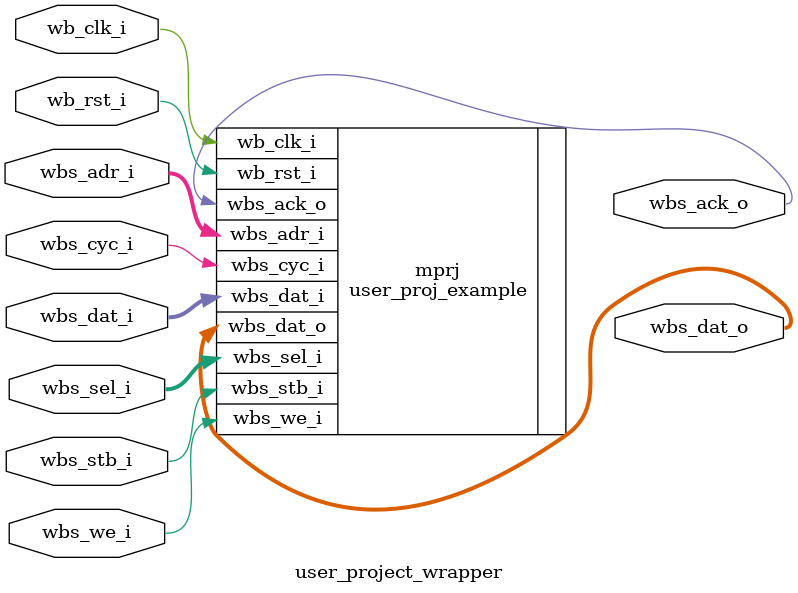
<source format=v>

`default_nettype none
/*
 *-------------------------------------------------------------
 *
 * user_project_wrapper
 *
 * This wrapper enumerates all of the pins available to the
 * user for the user project.
 *
 * An example user project is provided in this wrapper.  The
 * example should be removed and replaced with the actual
 * user project.
 *
 *-------------------------------------------------------------
 */

module user_project_wrapper #(
    parameter BITS = 32
) (
`ifdef USE_POWER_PINS
    inout vdd,		// User area 5.0V supply
    inout vss,		// User area ground
`endif

    // Wishbone Slave ports (WB MI A)
    input wb_clk_i,
    input wb_rst_i,
    input wbs_stb_i,
    input wbs_cyc_i,
    input wbs_we_i,
    input [3:0] wbs_sel_i,
    input [31:0] wbs_dat_i,
    input [31:0] wbs_adr_i,
    output wbs_ack_o,
    output [31:0] wbs_dat_o
);

/*--------------------------------------*/
/* User project is instantiated  here   */
/*--------------------------------------*/

user_proj_example mprj (
`ifdef USE_POWER_PINS
	.vdd(vdd),	// User area 1 1.8V power
	.vss(vss),	// User area 1 digital ground
`endif

    .wb_clk_i(wb_clk_i),
    .wb_rst_i(wb_rst_i),

    // MGMT SoC Wishbone Slave

    .wbs_cyc_i(wbs_cyc_i),
    .wbs_stb_i(wbs_stb_i),
    .wbs_we_i(wbs_we_i),
    .wbs_sel_i(wbs_sel_i),
    .wbs_adr_i(wbs_adr_i),
    .wbs_dat_i(wbs_dat_i),
    .wbs_ack_o(wbs_ack_o),
    .wbs_dat_o(wbs_dat_o)
);

endmodule	// user_project_wrapper

`default_nettype wire

</source>
